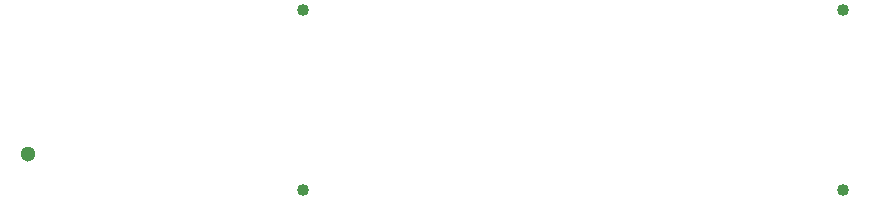
<source format=gbr>
%TF.GenerationSoftware,KiCad,Pcbnew,6.0.0-rc1-unknown-3024ded~66~ubuntu18.04.1*%
%TF.CreationDate,2018-11-05T19:27:32-08:00*%
%TF.ProjectId,arduino-micro,61726475696E6F2D6D6963726F2E6B69,rev?*%
%TF.SameCoordinates,PX8c5fca8PY9629108*%
%TF.FileFunction,NonPlated,1,2,NPTH,Drill*%
%TF.FilePolarity,Positive*%
%FSLAX46Y46*%
G04 Gerber Fmt 4.6, Leading zero omitted, Abs format (unit mm)*
G04 Created by KiCad (PCBNEW 6.0.0-rc1-unknown-3024ded~66~ubuntu18.04.1) date Mon 05 Nov 2018 07:27:32 PM PST*
%MOMM*%
%LPD*%
G01*
G04 APERTURE LIST*
%TA.AperFunction,ComponentDrill*%
%ADD10C,1.016000*%
%TD*%
%TA.AperFunction,ComponentDrill*%
%ADD11C,1.300000*%
%TD*%
G04 APERTURE END LIST*
D10*
%TO.C,XA1*%
X26687000Y18914600D03*
X26687000Y3674600D03*
X72407000Y18914600D03*
X72407000Y3674600D03*
D11*
%TO.C,J1*%
X3457000Y6724600D03*
M02*

</source>
